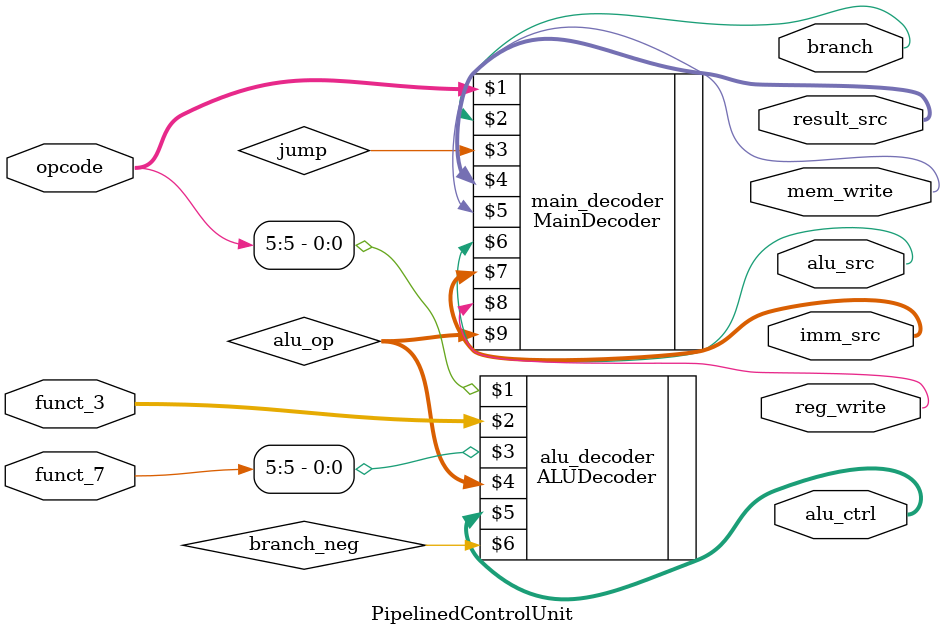
<source format=sv>
`timescale 1ns / 1ps

module PipelinedControlUnit
(
    input logic[6:0] opcode,
    input logic[2:0] funct_3,
    input logic[6:0] funct_7,
    output logic reg_write,
    output logic[1:0] result_src,
    output logic mem_write,
    output logic branch,
    output logic[2:0] alu_ctrl,
    output logic alu_src,
    output logic[1:0] imm_src
);
    //logic branch, branch_result, branch_neg, jump;
    //assign pc_src = (branch & branch_result) | jump;
    /*
    always_comb begin
        case(branch_neg)
            'd0: branch_result = !zero;
            'd1: branch_result = zero;
        endcase
    end*/
    
    logic[1:0] alu_op;
    MainDecoder main_decoder(
        opcode,
        branch,
        jump,
        result_src,
        mem_write,
        alu_src,
        imm_src,
        reg_write,
        alu_op
    );
    
    ALUDecoder alu_decoder(
        opcode[5],
        funct_3,
        funct_7[5],
        alu_op,
        alu_ctrl,
        branch_neg
    );
endmodule

</source>
